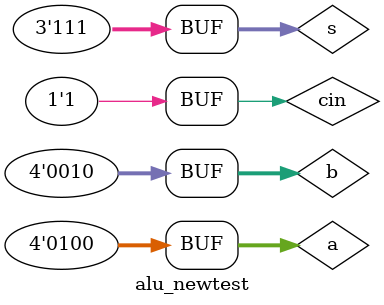
<source format=v>
`timescale 1ns / 1ps


module alu_newtest;

	// Inputs
	reg [3:0] a;
	reg [3:0] b;
	reg cin;
	reg [2:0] s;

	// Outputs
	wire co;
	wire [3:0] out;

	// Instantiate the Unit Under Test (UUT)
	alu_new uut (
		.a(a), 
		.b(b), 
		.cin(cin), 
		.s(s), 
		.co(co), 
		.out(out)
	);

	initial begin
		// Initialize Inputs
		a = 4;
		b = 2;
		cin = 1;
		s = 0;

		// Wait 100 ns for global reset to finish
		#100;
		
		a = 4;
		b = 2;
		cin = 1;
		s = 1;

		// Wait 100 ns for global reset to finish
		#100;
		
		a = 4;
		b = 2;
		cin = 1;
		s = 2;

		// Wait 100 ns for global reset to finish
		#100;
		
		a = 4;
		b = 2;
		cin = 1;
		s = 3;

		// Wait 100 ns for global reset to finish
		#100;
		
		a = 4;
		b = 2;
		cin = 1;
		s = 4;

		// Wait 100 ns for global reset to finish
		#100;
		
		a = 4;
		b = 2;
		cin = 1;
		s = 5;

		// Wait 100 ns for global reset to finish
		#100;
		
		a = 4;
		b = 2;
		cin = 1;
		s = 6;

		// Wait 100 ns for global reset to finish
		#100;
		
		a = 4;
		b = 2;
		cin = 1;
		s = 7;

		// Wait 100 ns for global reset to finish
		#100;
        
		// Add stimulus here

	end
      
endmodule


</source>
